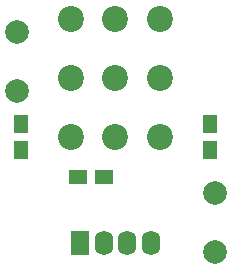
<source format=gts>
%TF.GenerationSoftware,KiCad,Pcbnew,4.0.4-1.fc24-product*%
%TF.CreationDate,2018-03-01T10:39:20+11:00*%
%TF.ProjectId,MID_STACK,4D49445F535441434B2E6B696361645F,rev?*%
%TF.FileFunction,Soldermask,Top*%
%FSLAX46Y46*%
G04 Gerber Fmt 4.6, Leading zero omitted, Abs format (unit mm)*
G04 Created by KiCad (PCBNEW 4.0.4-1.fc24-product) date Thu Mar  1 10:39:20 2018*
%MOMM*%
%LPD*%
G01*
G04 APERTURE LIST*
%ADD10C,0.100000*%
%ADD11C,2.200000*%
%ADD12R,1.600000X2.100000*%
%ADD13O,1.600000X2.100000*%
%ADD14R,1.300000X1.600000*%
%ADD15C,2.000000*%
%ADD16R,1.600000X1.300000*%
G04 APERTURE END LIST*
D10*
D11*
X178750000Y-96000000D03*
X175000000Y-96000000D03*
X171250000Y-96000000D03*
X178750000Y-101000000D03*
X175000000Y-101000000D03*
X171250000Y-101000000D03*
X171250000Y-106000000D03*
X175000000Y-106000000D03*
X178750000Y-106000000D03*
D12*
X172000000Y-115000000D03*
D13*
X174000000Y-115000000D03*
X176000000Y-115000000D03*
X178000000Y-115000000D03*
D14*
X167000000Y-107100000D03*
X167000000Y-104900000D03*
X183000000Y-104900000D03*
X183000000Y-107100000D03*
D15*
X166700000Y-97100000D03*
X166700000Y-102100000D03*
X183400000Y-115700000D03*
X183400000Y-110700000D03*
D16*
X171800000Y-109400000D03*
X174000000Y-109400000D03*
M02*

</source>
